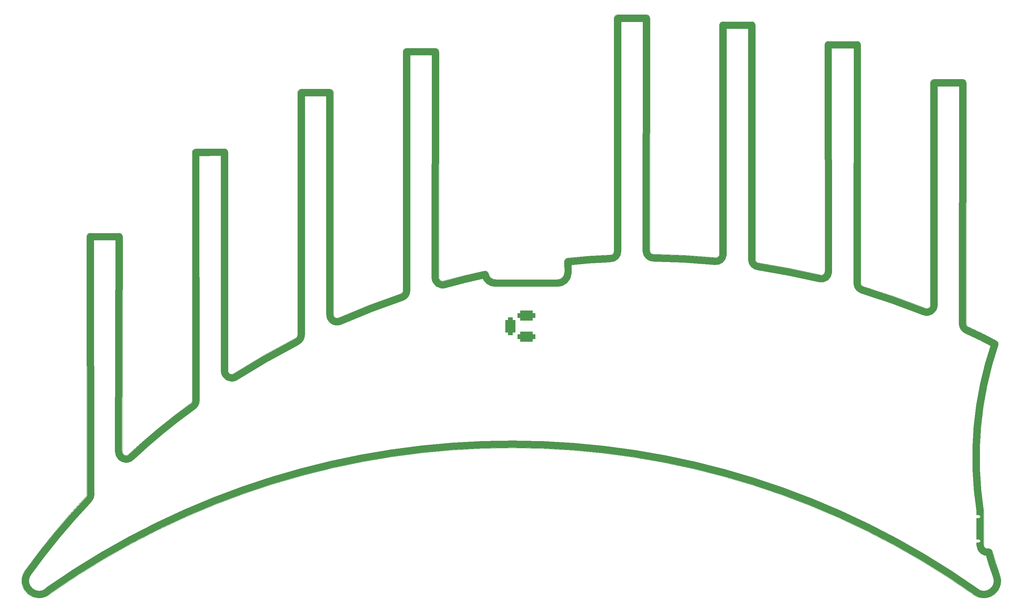
<source format=gbr>
%TF.GenerationSoftware,KiCad,Pcbnew,6.0.2-378541a8eb~116~ubuntu20.04.1*%
%TF.CreationDate,2022-02-19T20:17:06-08:00*%
%TF.ProjectId,menorah555_main,6d656e6f-7261-4683-9535-355f6d61696e,B*%
%TF.SameCoordinates,Original*%
%TF.FileFunction,Legend,Bot*%
%TF.FilePolarity,Positive*%
%FSLAX46Y46*%
G04 Gerber Fmt 4.6, Leading zero omitted, Abs format (unit mm)*
G04 Created by KiCad (PCBNEW 6.0.2-378541a8eb~116~ubuntu20.04.1) date 2022-02-19 20:17:06*
%MOMM*%
%LPD*%
G01*
G04 APERTURE LIST*
G04 Aperture macros list*
%AMRoundRect*
0 Rectangle with rounded corners*
0 $1 Rounding radius*
0 $2 $3 $4 $5 $6 $7 $8 $9 X,Y pos of 4 corners*
0 Add a 4 corners polygon primitive as box body*
4,1,4,$2,$3,$4,$5,$6,$7,$8,$9,$2,$3,0*
0 Add four circle primitives for the rounded corners*
1,1,$1+$1,$2,$3*
1,1,$1+$1,$4,$5*
1,1,$1+$1,$6,$7*
1,1,$1+$1,$8,$9*
0 Add four rect primitives between the rounded corners*
20,1,$1+$1,$2,$3,$4,$5,0*
20,1,$1+$1,$4,$5,$6,$7,0*
20,1,$1+$1,$6,$7,$8,$9,0*
20,1,$1+$1,$8,$9,$2,$3,0*%
G04 Aperture macros list end*
%ADD10C,2.000000*%
%TA.AperFunction,Profile*%
%ADD11C,0.050000*%
%TD*%
%ADD12R,1.600000X1.600000*%
%ADD13C,1.600000*%
%ADD14R,1.500000X2.500000*%
%ADD15O,1.500000X2.500000*%
%ADD16O,4.000000X2.800000*%
%ADD17RoundRect,0.700000X-1.800000X0.700000X-1.800000X-0.700000X1.800000X-0.700000X1.800000X0.700000X0*%
%ADD18RoundRect,0.700000X-0.700000X1.800000X-0.700000X-1.800000X0.700000X-1.800000X0.700000X1.800000X0*%
%ADD19C,3.200000*%
%ADD20O,0.650000X1.300000*%
%ADD21O,1.550000X0.775000*%
G04 APERTURE END LIST*
D10*
X226460000Y-59860000D02*
X234610000Y-59860000D01*
X256460000Y-61810000D02*
X256470000Y-127200000D01*
X58663009Y-217841295D02*
G75*
G03*
X64440000Y-222810000I3173748J-2152696D01*
G01*
X144550000Y-81050000D02*
X144560000Y-144060000D01*
X106460000Y-98060000D02*
X114535000Y-98010000D01*
X84488199Y-183205595D02*
G75*
G03*
X88160000Y-184710000I2121635J-54810D01*
G01*
X283870000Y-133970000D02*
G75*
G03*
X266550000Y-130590000I-57055229J-246299754D01*
G01*
X328280000Y-223070000D02*
G75*
G03*
X334140000Y-218490000I2331365J3055939D01*
G01*
X188732001Y-132852000D02*
G75*
G03*
X191690000Y-135280000I2870633J481409D01*
G01*
X328410000Y-223069999D02*
G75*
G03*
X64760000Y-222520000I-132215993J-187152978D01*
G01*
X166460000Y-69410000D02*
X174610000Y-69410000D01*
X333740000Y-152610000D02*
G75*
G03*
X325980000Y-148770000I-51683862J-94683639D01*
G01*
X84610000Y-122010000D02*
X84460000Y-183110000D01*
X174610000Y-69410000D02*
X174510000Y-133660000D01*
X224330000Y-128290000D02*
G75*
G03*
X226460000Y-126080000I87379J2047232D01*
G01*
X286360000Y-67410000D02*
X286460000Y-132220000D01*
X191720000Y-135290000D02*
X209270000Y-135290000D01*
X226460000Y-59860000D02*
X226490000Y-126160000D01*
X76460000Y-122010000D02*
X84610000Y-122010000D01*
X329589999Y-210020000D02*
G75*
G03*
X331880000Y-211880000I2043093J175716D01*
G01*
X135110000Y-152010000D02*
G75*
G03*
X117410000Y-162160000I102909975J-199966779D01*
G01*
X316460000Y-78260000D02*
X324610000Y-78260000D01*
X114560000Y-159860000D02*
X114535000Y-98010000D01*
X188732000Y-132852000D02*
G75*
G03*
X177510000Y-135610000I35958588J-170521101D01*
G01*
X283910000Y-133990000D02*
G75*
G03*
X286450000Y-132180000I502505J1982037D01*
G01*
X333740000Y-152610000D02*
G75*
G03*
X329570000Y-200280000I93868602J-32228676D01*
G01*
X166460000Y-69410000D02*
X166460000Y-137310000D01*
X324560000Y-147010000D02*
G75*
G03*
X325820000Y-148700000I1992844J171085D01*
G01*
X329540000Y-200480000D02*
X329570000Y-209800000D01*
X316460000Y-78260000D02*
X316490000Y-141660000D01*
X332030000Y-211890000D02*
G75*
G03*
X334080000Y-218290000I65304344J17389477D01*
G01*
X254120000Y-129070000D02*
G75*
G03*
X256450000Y-127250000I292342J2027194D01*
G01*
X76460000Y-122010000D02*
X76560000Y-195160000D01*
X105415987Y-170503664D02*
G75*
G03*
X106510000Y-168660000I-1011727J1846770D01*
G01*
X174510000Y-133560000D02*
G75*
G03*
X177360000Y-135660000I2141261J-77931D01*
G01*
X234550000Y-126210000D02*
G75*
G03*
X236670000Y-128110000I2061092J167008D01*
G01*
X294549240Y-135306848D02*
G75*
G03*
X296150000Y-137270000I2095905J74799D01*
G01*
X313610000Y-143400000D02*
G75*
G03*
X316490000Y-141580000I807534J1910825D01*
G01*
X105260000Y-170610000D02*
G75*
G03*
X88160000Y-184710000I101967512J-141081877D01*
G01*
X264560000Y-128570000D02*
G75*
G03*
X266370000Y-130570000I2079997J63372D01*
G01*
X324610000Y-78260000D02*
X324570000Y-146850000D01*
X313490000Y-143360000D02*
G75*
G03*
X296120000Y-137270000I-84498738J-213192213D01*
G01*
X212350000Y-129180000D02*
X212360000Y-132380000D01*
X165060000Y-139310000D02*
G75*
G03*
X147610000Y-146060000I67057595J-199287043D01*
G01*
X144560001Y-144060000D02*
G75*
G03*
X147467801Y-146128969I2068132J-171221D01*
G01*
X136460000Y-81060000D02*
X144550000Y-81050000D01*
X234610000Y-59860000D02*
X234530000Y-126050000D01*
X264610000Y-61860000D02*
X264550000Y-128600000D01*
X254210000Y-129070000D02*
G75*
G03*
X236780000Y-128110000I-20411402J-211882796D01*
G01*
X224170000Y-128310000D02*
G75*
G03*
X212380000Y-129190000I4826734J-144086864D01*
G01*
X114560000Y-160160000D02*
G75*
G03*
X117510000Y-162110000I2100939J-28067D01*
G01*
X209220000Y-135299999D02*
G75*
G03*
X212360000Y-132410000I89253J3053839D01*
G01*
X75951383Y-196901383D02*
G75*
G03*
X76610000Y-195260000I-1590134J1590882D01*
G01*
X136460000Y-81060000D02*
X136460000Y-149910000D01*
X75760000Y-197110000D02*
G75*
G03*
X58660000Y-217810000I145246898J-137399611D01*
G01*
X286460000Y-67410000D02*
X294610000Y-67410000D01*
X135210000Y-151910000D02*
G75*
G03*
X136460000Y-150010000I-810291J1894270D01*
G01*
X294610000Y-67410000D02*
X294550000Y-135250000D01*
X256460000Y-61860000D02*
X264610000Y-61860000D01*
X165060000Y-139310001D02*
G75*
G03*
X166448948Y-137421808I-581400J1882625D01*
G01*
X106460000Y-98060000D02*
X106510000Y-168560000D01*
D11*
X136400000Y-80000000D02*
G75*
G03*
X135400000Y-81000000I-1J-999999D01*
G01*
X175600000Y-69400000D02*
X175600000Y-133660000D01*
X85600000Y-122000000D02*
X85600000Y-183260000D01*
X85600000Y-122000000D02*
G75*
G03*
X84600000Y-121000000I-999999J1D01*
G01*
X76400000Y-121000000D02*
X84600000Y-121000000D01*
X76400000Y-121000000D02*
G75*
G03*
X75400000Y-122000000I-1J-999999D01*
G01*
X75400000Y-195370000D02*
X75400000Y-122000000D01*
X136400000Y-80000000D02*
X144600000Y-80000000D01*
X166400000Y-68400000D02*
G75*
G03*
X165400000Y-69400000I-1J-999999D01*
G01*
X165400000Y-137370000D02*
X165400000Y-69400000D01*
X115600000Y-98000000D02*
G75*
G03*
X114600000Y-97000000I-999999J1D01*
G01*
X166400000Y-68400000D02*
X174600000Y-68400000D01*
X115600000Y-98000000D02*
X115600000Y-160230000D01*
X145600000Y-81000000D02*
X145600000Y-144230000D01*
X175600000Y-69400000D02*
G75*
G03*
X174600000Y-68400000I-999999J1D01*
G01*
X105400000Y-168610000D02*
X105400000Y-98000000D01*
X135400000Y-150010000D02*
X135400000Y-81000000D01*
X106400000Y-97000000D02*
X114600000Y-97000000D01*
X145600000Y-81000000D02*
G75*
G03*
X144600000Y-80000000I-999999J1D01*
G01*
X106400000Y-97000000D02*
G75*
G03*
X105400000Y-98000000I-1J-999999D01*
G01*
X256400000Y-60800000D02*
G75*
G03*
X255400000Y-61800000I-1J-999999D01*
G01*
X295600000Y-67400000D02*
G75*
G03*
X294600000Y-66400000I-999999J1D01*
G01*
X256400000Y-60800000D02*
X264600000Y-60800000D01*
X285400000Y-131970000D02*
X285400000Y-67400000D01*
X255400000Y-126990000D02*
X255400000Y-61800000D01*
X325600000Y-78200000D02*
G75*
G03*
X324600000Y-77200000I-999999J1D01*
G01*
X295600000Y-67400000D02*
X295600000Y-135260000D01*
X265600000Y-61800000D02*
X265600000Y-128500000D01*
X316400000Y-77200000D02*
X324600000Y-77200000D01*
X265600000Y-61800000D02*
G75*
G03*
X264600000Y-60800000I-999999J1D01*
G01*
X315400000Y-141470000D02*
X315400000Y-78200000D01*
X316400000Y-77200000D02*
G75*
G03*
X315400000Y-78200000I-1J-999999D01*
G01*
X286400000Y-66400000D02*
X294600000Y-66400000D01*
X225400000Y-126220000D02*
X225400000Y-59800000D01*
X226400000Y-58800000D02*
G75*
G03*
X225400000Y-59800000I-1J-999999D01*
G01*
X226400000Y-58800000D02*
X234600000Y-58800000D01*
X235600000Y-59800000D02*
G75*
G03*
X234600000Y-58800000I-999999J1D01*
G01*
X235600000Y-59800000D02*
X235600000Y-126030000D01*
X325600000Y-78200000D02*
X325600000Y-146760000D01*
X286400000Y-66400000D02*
G75*
G03*
X285400000Y-67400000I-1J-999999D01*
G01*
X57820001Y-217140001D02*
G75*
G03*
X64760000Y-223900000I3975144J-2861404D01*
G01*
X64760000Y-223900000D02*
X64850309Y-223837228D01*
X327511852Y-223813089D02*
X327603497Y-223876946D01*
X333030000Y-211510000D02*
G75*
G03*
X335030000Y-217906000I95667512J26404099D01*
G01*
X331600000Y-210800000D02*
X332087372Y-210808006D01*
X333030001Y-211510000D02*
G75*
G03*
X332087372Y-210808006I-942667J-281929D01*
G01*
X189763573Y-132674026D02*
G75*
G03*
X191700000Y-134200000I1847626J352968D01*
G01*
X209300000Y-134200000D02*
G75*
G03*
X211300000Y-132200000I1J1999999D01*
G01*
X211300000Y-132200000D02*
X211291664Y-129122633D01*
X74841689Y-196355905D02*
G75*
G03*
X57820000Y-217140000I159055385J-147624881D01*
G01*
X104929919Y-169458048D02*
G75*
G03*
X105400000Y-168610000I-529915J848046D01*
G01*
X145600000Y-144230000D02*
G75*
G03*
X147022618Y-145136308I1000000J0D01*
G01*
X175600001Y-133660000D02*
G75*
G03*
X176925568Y-134605519I999999J-1D01*
G01*
X235600000Y-126030000D02*
G75*
G03*
X236634899Y-127029391I999999J-1D01*
G01*
X265600001Y-128500000D02*
G75*
G03*
X266392088Y-129478148I999999J-1D01*
G01*
X295600000Y-135260000D02*
G75*
G03*
X296341181Y-136225926I1000000J0D01*
G01*
X325599999Y-146760000D02*
G75*
G03*
X326209269Y-147680505I1000000J0D01*
G01*
X134929919Y-150858048D02*
G75*
G03*
X135400000Y-150010000I-529915J848046D01*
G01*
X164658819Y-138335925D02*
G75*
G03*
X165400000Y-137370000I-258821J965927D01*
G01*
X224573648Y-127204809D02*
G75*
G03*
X225400000Y-126220000I-173649J984809D01*
G01*
X254312844Y-127986195D02*
G75*
G03*
X255400000Y-126990000I87155J996196D01*
G01*
X284141181Y-132935926D02*
G75*
G03*
X285400000Y-131970000I258818J965927D01*
G01*
X313977382Y-142376308D02*
G75*
G03*
X315400000Y-141470000I422618J906308D01*
G01*
X87600000Y-183700000D02*
X87294658Y-183979340D01*
X75069131Y-196113145D02*
X74841689Y-196355905D01*
X104841866Y-169519312D02*
X104929919Y-169458048D01*
X134801847Y-150922131D02*
G75*
G03*
X117400000Y-160900000I99088026J-192977653D01*
G01*
X134929919Y-150858048D02*
X134801847Y-150922131D01*
X117400000Y-160900000D02*
X117229320Y-161007146D01*
X164398003Y-138414929D02*
G75*
G03*
X147100000Y-145100000I69471878J-205484773D01*
G01*
X164658819Y-138335926D02*
X164398003Y-138414929D01*
X147100000Y-145100000D02*
X147022618Y-145136308D01*
X188487912Y-131807078D02*
G75*
G03*
X177300000Y-134500000I43093575J-203621836D01*
G01*
X177300000Y-134500000D02*
X176925568Y-134605519D01*
X224310641Y-127212249D02*
G75*
G03*
X212200000Y-128100000I9201387J-208574882D01*
G01*
X224310641Y-127212249D02*
X224573648Y-127204808D01*
X253945960Y-127939407D02*
G75*
G03*
X236940000Y-127030000I-20075998J-215961356D01*
G01*
X236634899Y-127029391D02*
X236940000Y-127030000D01*
X253945960Y-127939407D02*
X254312844Y-127986195D01*
X283817199Y-132845881D02*
G75*
G03*
X266730000Y-129520000I-49947117J-211053672D01*
G01*
X266392088Y-129478148D02*
X266730000Y-129520000D01*
X283817199Y-132845881D02*
X284141181Y-132935926D01*
X313693401Y-142252243D02*
G75*
G03*
X296540000Y-136280000I-79823297J-201647453D01*
G01*
X296341181Y-136225926D02*
X296540000Y-136280000D01*
X313693401Y-142252243D02*
X313977382Y-142376308D01*
X334280000Y-151700000D02*
G75*
G03*
X326209269Y-147680505I-54259472J-98835073D01*
G01*
X330600000Y-208000000D02*
X330600000Y-209800000D01*
X334710000Y-152940000D02*
G75*
G03*
X334280000Y-151700000I-978203J355341D01*
G01*
X85600000Y-183260000D02*
G75*
G03*
X87294658Y-183979340I1000000J0D01*
G01*
X75069131Y-196113145D02*
G75*
G03*
X75400000Y-195370000I-669140J743149D01*
G01*
X330600000Y-209800000D02*
G75*
G03*
X331600000Y-210800000I999999J-1D01*
G01*
X334710000Y-152940000D02*
G75*
G03*
X330600000Y-200200000I94502379J-32027182D01*
G01*
X212200000Y-128100000D02*
G75*
G03*
X211291664Y-129122633I65243J-972674D01*
G01*
X327511852Y-223813089D02*
G75*
G03*
X64850309Y-223837228I-131313662J-186189469D01*
G01*
X327603497Y-223876946D02*
G75*
G03*
X335030000Y-217906000I2996503J3876946D01*
G01*
X115600000Y-160230000D02*
G75*
G03*
X117229320Y-161007146I1000000J0D01*
G01*
X104841866Y-169519312D02*
G75*
G03*
X87600000Y-183700000I128968223J-174380802D01*
G01*
X191700000Y-134200000D02*
X209300000Y-134200000D01*
X189763573Y-132674026D02*
G75*
G03*
X188487912Y-131807078I-995660J-93051D01*
G01*
X330600000Y-208000000D02*
X330600000Y-200200000D01*
%LPC*%
D12*
%TO.C,C9*%
X82250000Y-163800000D03*
D13*
X78750000Y-163800000D03*
%TD*%
D12*
%TO.C,C12*%
X172250000Y-111200000D03*
D13*
X168750000Y-111200000D03*
%TD*%
D12*
%TO.C,C10*%
X112250000Y-139800000D03*
D13*
X108750000Y-139800000D03*
%TD*%
D12*
%TO.C,C11*%
X142250000Y-122800000D03*
D13*
X138750000Y-122800000D03*
%TD*%
D12*
%TO.C,C15*%
X292250000Y-109200000D03*
D13*
X288750000Y-109200000D03*
%TD*%
D12*
%TO.C,C14*%
X262250000Y-103600000D03*
D13*
X258750000Y-103600000D03*
%TD*%
D12*
%TO.C,C16*%
X322250000Y-120000000D03*
D13*
X318750000Y-120000000D03*
%TD*%
D12*
%TO.C,C13*%
X232250000Y-101600000D03*
D13*
X228750000Y-101600000D03*
%TD*%
D14*
%TO.C,SW9*%
X324650000Y-173200000D03*
D15*
X324650000Y-177200000D03*
X324650000Y-181200000D03*
X322150000Y-173200000D03*
X322150000Y-177200000D03*
X322150000Y-181200000D03*
D16*
X323400000Y-168950000D03*
X323400000Y-185450000D03*
%TD*%
D12*
%TO.C,C18*%
X288720000Y-153570000D03*
D13*
X288720000Y-155570000D03*
%TD*%
D17*
%TO.C,J2*%
X200500000Y-150500000D03*
X200500000Y-144500000D03*
D18*
X195900000Y-147500000D03*
%TD*%
D19*
%TO.C,H1*%
X61800000Y-220000000D03*
%TD*%
%TO.C,H2*%
X196200000Y-177200000D03*
%TD*%
%TO.C,H3*%
X330600000Y-220000000D03*
%TD*%
D20*
%TO.C,J1*%
X326150000Y-207700000D03*
X326150000Y-202700000D03*
D21*
X328850000Y-208700000D03*
X328850000Y-201700000D03*
%TD*%
M02*

</source>
